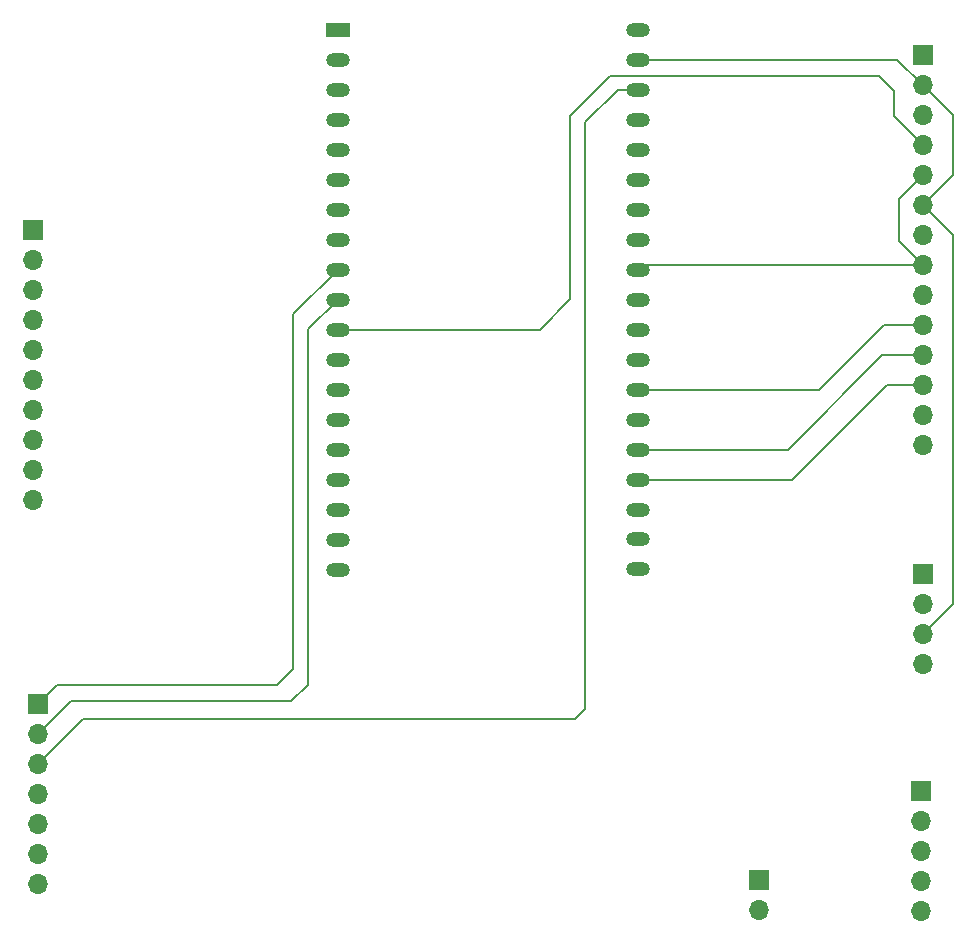
<source format=gbr>
%TF.GenerationSoftware,KiCad,Pcbnew,8.0.7*%
%TF.CreationDate,2025-01-15T13:48:50-05:00*%
%TF.ProjectId,CPU,4350552e-6b69-4636-9164-5f7063625858,rev?*%
%TF.SameCoordinates,Original*%
%TF.FileFunction,Copper,L4,Bot*%
%TF.FilePolarity,Positive*%
%FSLAX46Y46*%
G04 Gerber Fmt 4.6, Leading zero omitted, Abs format (unit mm)*
G04 Created by KiCad (PCBNEW 8.0.7) date 2025-01-15 13:48:50*
%MOMM*%
%LPD*%
G01*
G04 APERTURE LIST*
%TA.AperFunction,ComponentPad*%
%ADD10R,1.700000X1.700000*%
%TD*%
%TA.AperFunction,ComponentPad*%
%ADD11O,1.700000X1.700000*%
%TD*%
%TA.AperFunction,ComponentPad*%
%ADD12R,2.000000X1.200000*%
%TD*%
%TA.AperFunction,ComponentPad*%
%ADD13O,2.000000X1.200000*%
%TD*%
%TA.AperFunction,Conductor*%
%ADD14C,0.200000*%
%TD*%
G04 APERTURE END LIST*
D10*
%TO.P,J5,1,Pin_1*%
%TO.N,Net-(J5-Pin_1)*%
X90678000Y-119561000D03*
D11*
%TO.P,J5,2,Pin_2*%
%TO.N,Net-(J5-Pin_2)*%
X90678000Y-122101000D03*
%TO.P,J5,3,Pin_3*%
%TO.N,Net-(J5-Pin_3)*%
X90678000Y-124641000D03*
%TO.P,J5,4,Pin_4*%
%TO.N,GND*%
X90678000Y-127181000D03*
%TO.P,J5,5,Pin_5*%
%TO.N,unconnected-(J5-Pin_5-Pad5)*%
X90678000Y-129721000D03*
%TO.P,J5,6,Pin_6*%
%TO.N,GND*%
X90678000Y-132261000D03*
%TO.P,J5,7,Pin_7*%
%TO.N,Net-(J1-Pin_14)*%
X90678000Y-134801000D03*
%TD*%
D10*
%TO.P,J3,1,Pin_1*%
%TO.N,Net-(J3-Pin_1)*%
X165608000Y-108512000D03*
D11*
%TO.P,J3,2,Pin_2*%
%TO.N,Net-(J1-Pin_3)*%
X165608000Y-111052000D03*
%TO.P,J3,3,Pin_3*%
%TO.N,Net-(J1-Pin_2)*%
X165608000Y-113592000D03*
%TO.P,J3,4,Pin_4*%
%TO.N,Net-(J1-Pin_5)*%
X165608000Y-116132000D03*
%TD*%
D10*
%TO.P,J1,1,Pin_1*%
%TO.N,unconnected-(J1-Pin_1-Pad1)*%
X165608000Y-64570000D03*
D11*
%TO.P,J1,2,Pin_2*%
%TO.N,Net-(J1-Pin_2)*%
X165608000Y-67110000D03*
%TO.P,J1,3,Pin_3*%
%TO.N,Net-(J1-Pin_3)*%
X165608000Y-69650000D03*
%TO.P,J1,4,Pin_4*%
%TO.N,Net-(J1-Pin_4)*%
X165608000Y-72190000D03*
%TO.P,J1,5,Pin_5*%
%TO.N,Net-(J1-Pin_5)*%
X165608000Y-74730000D03*
%TO.P,J1,6,Pin_6*%
%TO.N,Net-(J1-Pin_2)*%
X165608000Y-77270000D03*
%TO.P,J1,7,Pin_7*%
%TO.N,Net-(J1-Pin_14)*%
X165608000Y-79810000D03*
%TO.P,J1,8,Pin_8*%
%TO.N,Net-(J1-Pin_5)*%
X165608000Y-82350000D03*
%TO.P,J1,9,Pin_9*%
%TO.N,unconnected-(J1-Pin_9-Pad9)*%
X165608000Y-84890000D03*
%TO.P,J1,10,Pin_10*%
%TO.N,Net-(J1-Pin_10)*%
X165608000Y-87430000D03*
%TO.P,J1,11,Pin_11*%
%TO.N,Net-(J1-Pin_11)*%
X165608000Y-89970000D03*
%TO.P,J1,12,Pin_12*%
%TO.N,Net-(J1-Pin_12)*%
X165608000Y-92510000D03*
%TO.P,J1,13,Pin_13*%
%TO.N,GND*%
X165608000Y-95050000D03*
%TO.P,J1,14,Pin_14*%
%TO.N,Net-(J1-Pin_14)*%
X165608000Y-97590000D03*
%TD*%
D12*
%TO.P,U1,1,3V3*%
%TO.N,Net-(J1-Pin_14)*%
X116076000Y-62415000D03*
D13*
%TO.P,U1,2,EN*%
%TO.N,unconnected-(U1-EN-Pad2)*%
X116076000Y-64955000D03*
%TO.P,U1,3,SENSOR_VP*%
%TO.N,Net-(J2-Pin_1)*%
X116076000Y-67495000D03*
%TO.P,U1,4,SENSOR_VN*%
%TO.N,Net-(J2-Pin_2)*%
X116076000Y-70035000D03*
%TO.P,U1,5,IO34*%
%TO.N,Net-(J2-Pin_3)*%
X116076000Y-72575000D03*
%TO.P,U1,6,IO35*%
%TO.N,Net-(J2-Pin_4)*%
X116076000Y-75115000D03*
%TO.P,U1,7,IO32*%
%TO.N,Net-(J2-Pin_5)*%
X116076000Y-77655000D03*
%TO.P,U1,8,IO33*%
%TO.N,Net-(J2-Pin_6)*%
X116076000Y-80195000D03*
%TO.P,U1,9,IO25*%
%TO.N,Net-(J5-Pin_1)*%
X116076000Y-82735000D03*
%TO.P,U1,10,IO26*%
%TO.N,Net-(J5-Pin_2)*%
X116076000Y-85275000D03*
%TO.P,U1,11,IO27*%
%TO.N,Net-(J1-Pin_4)*%
X116076000Y-87815000D03*
%TO.P,U1,12,IO14*%
%TO.N,Net-(J4-Pin_1)*%
X116076000Y-90355000D03*
%TO.P,U1,13,IO12*%
%TO.N,Net-(J4-Pin_2)*%
X116076000Y-92895000D03*
%TO.P,U1,14,GND1*%
%TO.N,Net-(J2-Pin_10)*%
X116076000Y-95435000D03*
%TO.P,U1,15,IO13*%
%TO.N,Net-(J4-Pin_3)*%
X116076000Y-97975000D03*
%TO.P,U1,16,SD2*%
%TO.N,unconnected-(U1-SD2-Pad16)*%
X116076000Y-100515000D03*
%TO.P,U1,17,SD3*%
%TO.N,unconnected-(U1-SD3-Pad17)*%
X116076000Y-103055000D03*
%TO.P,U1,18,CMD*%
%TO.N,unconnected-(U1-CMD-Pad18)*%
X116076000Y-105595000D03*
%TO.P,U1,19,EXT_5V*%
%TO.N,Net-(J6-Pin_1)*%
X116076000Y-108135000D03*
%TO.P,U1,20,CLK*%
%TO.N,unconnected-(U1-CLK-Pad20)*%
X141472320Y-108132280D03*
%TO.P,U1,21,SD0*%
%TO.N,unconnected-(U1-SD0-Pad21)*%
X141472320Y-105592280D03*
%TO.P,U1,22,SD1*%
%TO.N,unconnected-(U1-SD1-Pad22)*%
X141476000Y-103055000D03*
%TO.P,U1,23,IO15*%
%TO.N,Net-(J1-Pin_12)*%
X141476000Y-100515000D03*
%TO.P,U1,24,IO2*%
%TO.N,Net-(J1-Pin_11)*%
X141476000Y-97975000D03*
%TO.P,U1,25,IO0*%
%TO.N,unconnected-(U1-IO0-Pad25)*%
X141476000Y-95435000D03*
%TO.P,U1,26,IO4*%
%TO.N,Net-(J1-Pin_10)*%
X141476000Y-92895000D03*
%TO.P,U1,27,IO16*%
%TO.N,Net-(J2-Pin_9)*%
X141476000Y-90355000D03*
%TO.P,U1,28,IO17*%
%TO.N,Net-(J2-Pin_8)*%
X141476000Y-87815000D03*
%TO.P,U1,29,IO5*%
%TO.N,Net-(J3-Pin_1)*%
X141476000Y-85275000D03*
%TO.P,U1,30,IO18*%
%TO.N,Net-(J1-Pin_5)*%
X141476000Y-82735000D03*
%TO.P,U1,31,IO19*%
%TO.N,Net-(J1-Pin_3)*%
X141476000Y-80195000D03*
%TO.P,U1,32,GND2*%
%TO.N,unconnected-(U1-GND2-Pad32)*%
X141476000Y-77655000D03*
%TO.P,U1,33,IO21*%
%TO.N,Net-(J2-Pin_7)*%
X141476000Y-75115000D03*
%TO.P,U1,34,RXD0*%
%TO.N,unconnected-(U1-RXD0-Pad34)*%
X141476000Y-72575000D03*
%TO.P,U1,35,TXD0*%
%TO.N,unconnected-(U1-TXD0-Pad35)*%
X141476000Y-70035000D03*
%TO.P,U1,36,IO22*%
%TO.N,Net-(J5-Pin_3)*%
X141476000Y-67495000D03*
%TO.P,U1,37,IO23*%
%TO.N,Net-(J1-Pin_2)*%
X141476000Y-64955000D03*
%TO.P,U1,38,GND3*%
%TO.N,GND*%
X141476000Y-62415000D03*
%TD*%
D10*
%TO.P,J2,1,Pin_1*%
%TO.N,Net-(J2-Pin_1)*%
X90297000Y-79426500D03*
D11*
%TO.P,J2,2,Pin_2*%
%TO.N,Net-(J2-Pin_2)*%
X90297000Y-81966500D03*
%TO.P,J2,3,Pin_3*%
%TO.N,Net-(J2-Pin_3)*%
X90297000Y-84506500D03*
%TO.P,J2,4,Pin_4*%
%TO.N,Net-(J2-Pin_4)*%
X90297000Y-87046500D03*
%TO.P,J2,5,Pin_5*%
%TO.N,Net-(J2-Pin_5)*%
X90297000Y-89586500D03*
%TO.P,J2,6,Pin_6*%
%TO.N,Net-(J2-Pin_6)*%
X90297000Y-92126500D03*
%TO.P,J2,7,Pin_7*%
%TO.N,Net-(J2-Pin_7)*%
X90297000Y-94666500D03*
%TO.P,J2,8,Pin_8*%
%TO.N,Net-(J2-Pin_8)*%
X90297000Y-97206500D03*
%TO.P,J2,9,Pin_9*%
%TO.N,Net-(J2-Pin_9)*%
X90297000Y-99746500D03*
%TO.P,J2,10,Pin_10*%
%TO.N,Net-(J2-Pin_10)*%
X90297000Y-102286500D03*
%TD*%
D10*
%TO.P,J6,1,Pin_1*%
%TO.N,Net-(J6-Pin_1)*%
X151765000Y-134415000D03*
D11*
%TO.P,J6,2,Pin_2*%
%TO.N,GND*%
X151765000Y-136955000D03*
%TD*%
D10*
%TO.P,J4,1,Pin_1*%
%TO.N,Net-(J4-Pin_1)*%
X165481000Y-126927000D03*
D11*
%TO.P,J4,2,Pin_2*%
%TO.N,Net-(J4-Pin_2)*%
X165481000Y-129467000D03*
%TO.P,J4,3,Pin_3*%
%TO.N,Net-(J4-Pin_3)*%
X165481000Y-132007000D03*
%TO.P,J4,4,Pin_4*%
%TO.N,GND*%
X165481000Y-134547000D03*
%TO.P,J4,5,Pin_5*%
%TO.N,Net-(J1-Pin_14)*%
X165481000Y-137087000D03*
%TD*%
D14*
%TO.N,Net-(J1-Pin_2)*%
X168148000Y-111052000D02*
X165608000Y-113592000D01*
X168148000Y-79810000D02*
X168148000Y-111052000D01*
X165608000Y-77270000D02*
X168148000Y-79810000D01*
X165608000Y-67110000D02*
X168148000Y-69650000D01*
X141476000Y-64955000D02*
X163453000Y-64955000D01*
X163453000Y-64955000D02*
X165608000Y-67110000D01*
X168148000Y-69650000D02*
X168148000Y-74730000D01*
X168148000Y-74730000D02*
X165608000Y-77270000D01*
%TO.N,Net-(J1-Pin_12)*%
X141476000Y-100515000D02*
X154555000Y-100515000D01*
X154555000Y-100515000D02*
X162560000Y-92510000D01*
X162560000Y-92510000D02*
X165608000Y-92510000D01*
%TO.N,Net-(J1-Pin_11)*%
X154174000Y-97975000D02*
X162179000Y-89970000D01*
X141476000Y-97975000D02*
X154174000Y-97975000D01*
X162179000Y-89970000D02*
X165608000Y-89970000D01*
%TO.N,Net-(J1-Pin_5)*%
X163576000Y-76762000D02*
X163576000Y-80318000D01*
X165608000Y-82350000D02*
X141861000Y-82350000D01*
X163576000Y-80318000D02*
X165608000Y-82350000D01*
X141861000Y-82350000D02*
X141476000Y-82735000D01*
X165608000Y-74730000D02*
X163576000Y-76762000D01*
%TO.N,Net-(J1-Pin_4)*%
X163195000Y-69777000D02*
X165608000Y-72190000D01*
X135763000Y-85271000D02*
X135763000Y-69723000D01*
X139138000Y-66348000D02*
X161925000Y-66348000D01*
X161925000Y-66348000D02*
X163195000Y-67618000D01*
X135763000Y-69723000D02*
X139138000Y-66348000D01*
X163195000Y-67618000D02*
X163195000Y-69777000D01*
X133219000Y-87815000D02*
X135763000Y-85271000D01*
X116076000Y-87815000D02*
X133219000Y-87815000D01*
%TO.N,Net-(J1-Pin_10)*%
X156841000Y-92895000D02*
X162306000Y-87430000D01*
X141476000Y-92895000D02*
X156841000Y-92895000D01*
X162306000Y-87430000D02*
X165608000Y-87430000D01*
%TO.N,Net-(J5-Pin_1)*%
X116076000Y-82735000D02*
X112268000Y-86543000D01*
X116076000Y-82735000D02*
X116082000Y-82735000D01*
X112268000Y-116586000D02*
X110944000Y-117910000D01*
X110944000Y-117910000D02*
X92329000Y-117910000D01*
X112268000Y-86543000D02*
X112268000Y-116586000D01*
X92329000Y-117910000D02*
X90678000Y-119561000D01*
%TO.N,Net-(J5-Pin_3)*%
X136144000Y-120831000D02*
X137033000Y-119942000D01*
X94488000Y-120831000D02*
X136144000Y-120831000D01*
X139823000Y-67495000D02*
X137033000Y-70285000D01*
X137033000Y-70285000D02*
X137033000Y-119180000D01*
X141476000Y-67495000D02*
X139823000Y-67495000D01*
X137033000Y-119942000D02*
X137033000Y-119180000D01*
X90678000Y-124641000D02*
X94488000Y-120831000D01*
%TO.N,Net-(J5-Pin_2)*%
X90678000Y-122101000D02*
X93472000Y-119307000D01*
X116076000Y-85275000D02*
X116082000Y-85275000D01*
X113538000Y-87811000D02*
X116074000Y-85275000D01*
X116076000Y-85275000D02*
X116072000Y-85271000D01*
X93472000Y-119307000D02*
X112141000Y-119307000D01*
X116074000Y-85275000D02*
X116076000Y-85275000D01*
X113538000Y-117910000D02*
X113538000Y-87811000D01*
X112141000Y-119307000D02*
X113538000Y-117910000D01*
%TD*%
M02*

</source>
